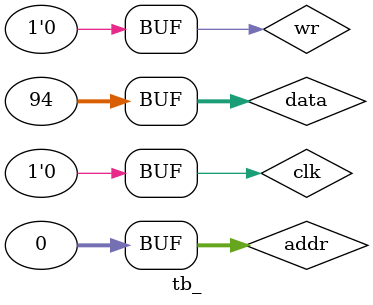
<source format=sv>
module tb_;

    reg[word_size-1:0] data;
    reg[word_size-1:0] addr;
    reg wr;
    reg clk;

    wire response;
    wire is_missrate;
    wire[word_size-1:0] out;

    parameter word_size = 32;

    direct_mapping_cache cache(
        .data(data),
        .addr(addr),
        .wr(wr),
        .clk(clk),
        .response(response),
        .is_missrate(is_missrate),
        .out(out)
    );

    initial begin
        clk = 0;
        $monitor("response: %b", response);
        $monitor("is_missrate: %b", is_missrate);
        $monitor("out: %b", out);

        data = 8'b01011110;
        addr = 8'b00000000;
        wr = 1;
        #1 clk = ~clk;
        #1 clk = ~clk;
        #1 wr = 0;
        #1 addr = 8'b00000000;
        #1 clk = ~clk;
        #1 clk = ~clk; 
    end

endmodule
</source>
